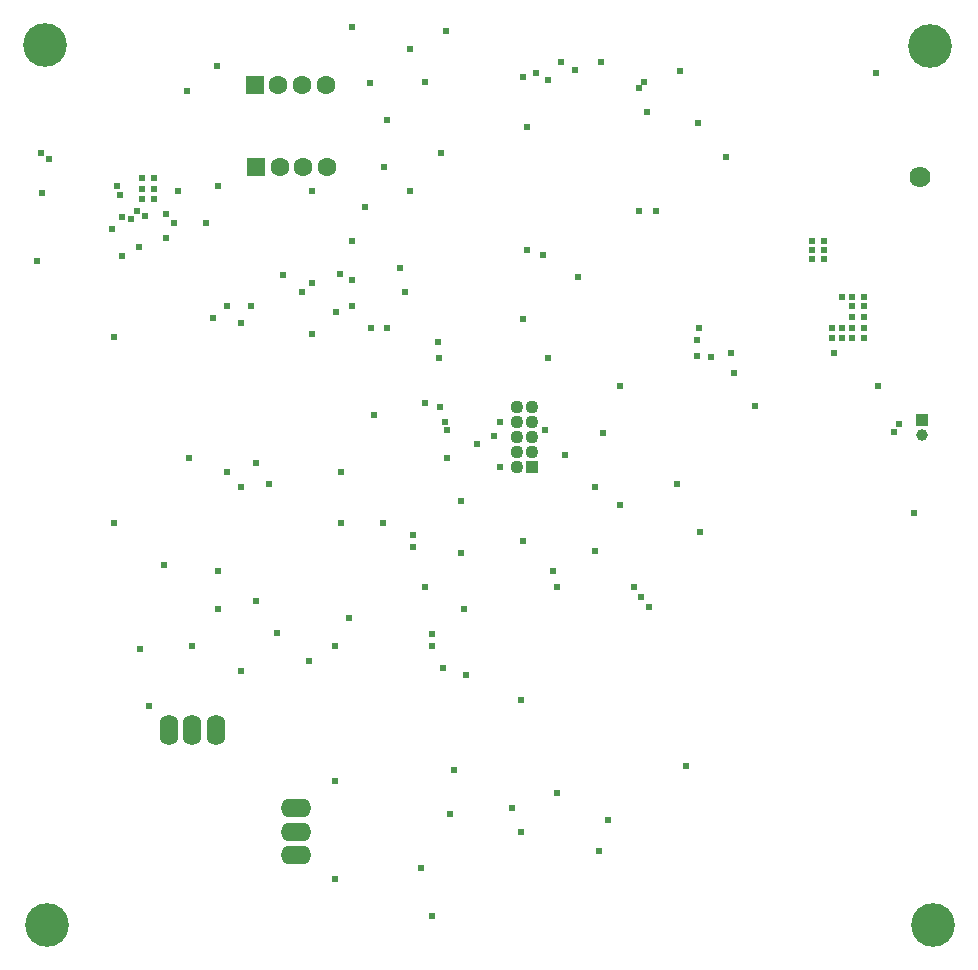
<source format=gbs>
G04*
G04 #@! TF.GenerationSoftware,Altium Limited,Altium Designer,21.1.1 (26)*
G04*
G04 Layer_Color=16711935*
%FSLAX25Y25*%
%MOIN*%
G70*
G04*
G04 #@! TF.SameCoordinates,BA33E46C-C8C0-473A-8748-ADA81A7699FD*
G04*
G04*
G04 #@! TF.FilePolarity,Negative*
G04*
G01*
G75*
%ADD105R,0.03937X0.03937*%
%ADD106C,0.03937*%
%ADD107C,0.07008*%
%ADD108C,0.04360*%
%ADD109R,0.04360X0.04360*%
%ADD110O,0.10243X0.06306*%
%ADD111O,0.06306X0.10243*%
%ADD112C,0.06306*%
%ADD113R,0.06306X0.06306*%
%ADD114C,0.14573*%
%ADD115C,0.02400*%
D105*
X301378Y178051D02*
D03*
D106*
Y173130D02*
D03*
D107*
X300984Y259055D02*
D03*
D108*
X166654Y182677D02*
D03*
X171653D02*
D03*
Y172677D02*
D03*
Y177677D02*
D03*
X166654Y172677D02*
D03*
Y177677D02*
D03*
Y167677D02*
D03*
Y162677D02*
D03*
X171653Y167677D02*
D03*
D109*
Y162677D02*
D03*
D110*
X92815Y33071D02*
D03*
Y40945D02*
D03*
Y48819D02*
D03*
D111*
X66142Y75000D02*
D03*
X58268D02*
D03*
X50394D02*
D03*
D112*
X95276Y262402D02*
D03*
X87402D02*
D03*
X103150D02*
D03*
X94882Y290002D02*
D03*
X87008D02*
D03*
X102756D02*
D03*
D113*
X79527Y262402D02*
D03*
X79134Y290002D02*
D03*
D114*
X9843Y9843D02*
D03*
X305118D02*
D03*
X9252Y303346D02*
D03*
X304280Y303000D02*
D03*
D115*
X238000Y200476D02*
D03*
X239000Y193772D02*
D03*
X132000Y139982D02*
D03*
X121829Y143877D02*
D03*
X108000D02*
D03*
X32123D02*
D03*
X32065Y205689D02*
D03*
X127502Y228740D02*
D03*
X108000Y161000D02*
D03*
X57086Y165354D02*
D03*
X231210Y199127D02*
D03*
X226378Y204784D02*
D03*
Y199521D02*
D03*
X227059Y208699D02*
D03*
X264875Y232000D02*
D03*
X268787Y232000D02*
D03*
X264875Y235000D02*
D03*
X268787D02*
D03*
Y238000D02*
D03*
X264875D02*
D03*
X272150Y200679D02*
D03*
X282283Y205512D02*
D03*
X278091D02*
D03*
X274721D02*
D03*
X271650D02*
D03*
Y208699D02*
D03*
X274721D02*
D03*
X282283D02*
D03*
X278091D02*
D03*
X282283Y212598D02*
D03*
X278091D02*
D03*
Y216219D02*
D03*
X282283Y216123D02*
D03*
Y219291D02*
D03*
X278091D02*
D03*
X274721D02*
D03*
X286306Y294015D02*
D03*
X187000Y225736D02*
D03*
X246000Y183000D02*
D03*
X212992Y248000D02*
D03*
X111396Y237795D02*
D03*
X287000Y189370D02*
D03*
X37900Y245163D02*
D03*
X40000Y248000D02*
D03*
X34931Y246000D02*
D03*
X10374Y265220D02*
D03*
X123151Y278291D02*
D03*
X209000Y290720D02*
D03*
X34226Y253232D02*
D03*
X33071Y256235D02*
D03*
X140775Y182677D02*
D03*
X140157Y204283D02*
D03*
X42488Y246063D02*
D03*
X63000Y243701D02*
D03*
X294000Y177000D02*
D03*
X119000Y180000D02*
D03*
X182450Y166593D02*
D03*
X194000Y34646D02*
D03*
X180000Y122441D02*
D03*
X178528Y127696D02*
D03*
X197000Y45000D02*
D03*
X170000Y235000D02*
D03*
Y276007D02*
D03*
X194628Y297450D02*
D03*
X207087Y288739D02*
D03*
X175300Y233268D02*
D03*
X210000Y281000D02*
D03*
X172738Y293926D02*
D03*
X177000Y291616D02*
D03*
X186000Y295000D02*
D03*
X130709Y254463D02*
D03*
Y301969D02*
D03*
X52105Y243701D02*
D03*
X49500Y239000D02*
D03*
X40612Y235827D02*
D03*
X31638Y242000D02*
D03*
X49400Y246942D02*
D03*
X34931Y232799D02*
D03*
X111396Y216142D02*
D03*
X111417Y224803D02*
D03*
X98353Y207000D02*
D03*
X98207Y223928D02*
D03*
X98353Y254463D02*
D03*
X153150Y170063D02*
D03*
X142519Y177677D02*
D03*
X158978Y172742D02*
D03*
X200787Y150000D02*
D03*
X195276Y173721D02*
D03*
X180000Y54000D02*
D03*
X148788Y115071D02*
D03*
X149458Y93209D02*
D03*
X134547Y29000D02*
D03*
X167717Y84744D02*
D03*
Y40945D02*
D03*
X165000Y48819D02*
D03*
X136000Y184000D02*
D03*
X144122Y47000D02*
D03*
X138189Y13000D02*
D03*
X58268Y103000D02*
D03*
X97120Y98000D02*
D03*
X69860Y160931D02*
D03*
X145543Y61613D02*
D03*
X79528Y164000D02*
D03*
X74585Y210630D02*
D03*
X106000Y58000D02*
D03*
Y25197D02*
D03*
X84034Y157000D02*
D03*
X118012Y208957D02*
D03*
X123228D02*
D03*
X48945Y129945D02*
D03*
X74585Y94488D02*
D03*
X142000Y95550D02*
D03*
X140645Y199000D02*
D03*
X177000Y198731D02*
D03*
X44000Y83000D02*
D03*
X41000Y102000D02*
D03*
X147872Y151165D02*
D03*
X192520Y134667D02*
D03*
X148000Y134000D02*
D03*
X168407Y137795D02*
D03*
X136000Y122441D02*
D03*
X132000Y136000D02*
D03*
X168407Y211713D02*
D03*
X74585Y155890D02*
D03*
X79528Y117935D02*
D03*
X175886Y174803D02*
D03*
X106209Y214280D02*
D03*
X207087Y248000D02*
D03*
X236055Y265913D02*
D03*
X226772Y277165D02*
D03*
X220866Y294390D02*
D03*
X227559Y140945D02*
D03*
X223000Y63000D02*
D03*
X141339Y267323D02*
D03*
X143000Y308000D02*
D03*
X181362Y297390D02*
D03*
X219783Y156693D02*
D03*
X210700Y116000D02*
D03*
X138189Y103000D02*
D03*
X106000D02*
D03*
X66929Y115071D02*
D03*
Y128000D02*
D03*
X208000Y119291D02*
D03*
X138189Y106693D02*
D03*
X86614Y107087D02*
D03*
X110517Y112205D02*
D03*
X205512Y122441D02*
D03*
X168407Y292616D02*
D03*
X135987Y290720D02*
D03*
X77953Y216142D02*
D03*
X115748Y249213D02*
D03*
X111396Y309055D02*
D03*
X129134Y220866D02*
D03*
X107656Y226772D02*
D03*
X94882Y220866D02*
D03*
X88583Y226378D02*
D03*
X122350Y262402D02*
D03*
X117572Y290441D02*
D03*
X56500Y287992D02*
D03*
X66601Y296126D02*
D03*
X7881Y267323D02*
D03*
X8268Y253937D02*
D03*
X6693Y231102D02*
D03*
X161024Y177677D02*
D03*
Y162677D02*
D03*
X143095Y174787D02*
D03*
X143110Y165354D02*
D03*
X192520Y155890D02*
D03*
X200787Y189370D02*
D03*
X298819Y147244D02*
D03*
X66929Y256235D02*
D03*
X65136Y212205D02*
D03*
X69860Y216142D02*
D03*
X292126Y174311D02*
D03*
X53383Y254463D02*
D03*
X41517Y258892D02*
D03*
Y255349D02*
D03*
Y251805D02*
D03*
X45454D02*
D03*
Y255349D02*
D03*
Y258892D02*
D03*
M02*

</source>
